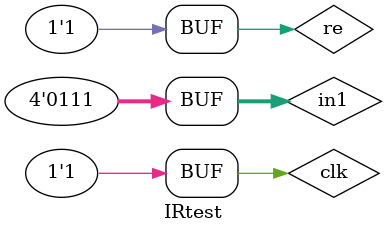
<source format=v>
`timescale 1ns / 1ps


module IRtest;

	// Inputs
	reg [3:0] in1;
	reg clk;
	reg re;

	// Outputs
	wire [3:0] out1;

	// Instantiate the Unit Under Test (UUT)
	IR uut (
		.in1(in1), 
		.out1(out1), 
		.clk(clk), 
		.re(re)
	);

	initial begin
		// Initialize Inputs
		in1 = 0;
		clk = 0;
		re = 0;

		// Wait 100 ns for global reset to finish
		#100;
		in1=7;
		clk=1;
		
		#100
		clk=0;
		
		#100
		clk=1;
		re=1;
        
		// Add stimulus here

	end
      
endmodule


</source>
